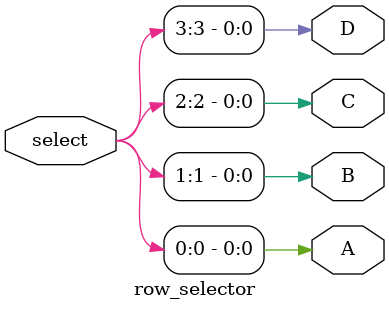
<source format=v>
`timescale 1ns / 1ps


module row_selector(
    input [3:0] select,
    output A, B, C, D
    );
    assign D = select[3];
    assign C = select[2];
    assign B = select[1];
    assign A = select[0];
endmodule

</source>
